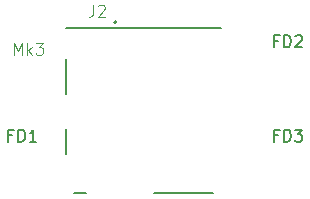
<source format=gbr>
%TF.GenerationSoftware,KiCad,Pcbnew,8.0.8*%
%TF.CreationDate,2025-07-23T18:09:19+02:00*%
%TF.ProjectId,CartridgeMk3,43617274-7269-4646-9765-4d6b332e6b69,rev?*%
%TF.SameCoordinates,Original*%
%TF.FileFunction,Legend,Top*%
%TF.FilePolarity,Positive*%
%FSLAX46Y46*%
G04 Gerber Fmt 4.6, Leading zero omitted, Abs format (unit mm)*
G04 Created by KiCad (PCBNEW 8.0.8) date 2025-07-23 18:09:19*
%MOMM*%
%LPD*%
G01*
G04 APERTURE LIST*
%ADD10C,0.100000*%
%ADD11C,0.150000*%
%ADD12C,0.127000*%
%ADD13C,0.200000*%
G04 APERTURE END LIST*
D10*
X166303884Y-52872419D02*
X166303884Y-51872419D01*
X166303884Y-51872419D02*
X166637217Y-52586704D01*
X166637217Y-52586704D02*
X166970550Y-51872419D01*
X166970550Y-51872419D02*
X166970550Y-52872419D01*
X167446741Y-52872419D02*
X167446741Y-51872419D01*
X167541979Y-52491466D02*
X167827693Y-52872419D01*
X167827693Y-52205752D02*
X167446741Y-52586704D01*
X168161027Y-51872419D02*
X168780074Y-51872419D01*
X168780074Y-51872419D02*
X168446741Y-52253371D01*
X168446741Y-52253371D02*
X168589598Y-52253371D01*
X168589598Y-52253371D02*
X168684836Y-52300990D01*
X168684836Y-52300990D02*
X168732455Y-52348609D01*
X168732455Y-52348609D02*
X168780074Y-52443847D01*
X168780074Y-52443847D02*
X168780074Y-52681942D01*
X168780074Y-52681942D02*
X168732455Y-52777180D01*
X168732455Y-52777180D02*
X168684836Y-52824800D01*
X168684836Y-52824800D02*
X168589598Y-52872419D01*
X168589598Y-52872419D02*
X168303884Y-52872419D01*
X168303884Y-52872419D02*
X168208646Y-52824800D01*
X168208646Y-52824800D02*
X168161027Y-52777180D01*
D11*
X166166666Y-59716509D02*
X165833333Y-59716509D01*
X165833333Y-60240319D02*
X165833333Y-59240319D01*
X165833333Y-59240319D02*
X166309523Y-59240319D01*
X166690476Y-60240319D02*
X166690476Y-59240319D01*
X166690476Y-59240319D02*
X166928571Y-59240319D01*
X166928571Y-59240319D02*
X167071428Y-59287938D01*
X167071428Y-59287938D02*
X167166666Y-59383176D01*
X167166666Y-59383176D02*
X167214285Y-59478414D01*
X167214285Y-59478414D02*
X167261904Y-59668890D01*
X167261904Y-59668890D02*
X167261904Y-59811747D01*
X167261904Y-59811747D02*
X167214285Y-60002223D01*
X167214285Y-60002223D02*
X167166666Y-60097461D01*
X167166666Y-60097461D02*
X167071428Y-60192700D01*
X167071428Y-60192700D02*
X166928571Y-60240319D01*
X166928571Y-60240319D02*
X166690476Y-60240319D01*
X168214285Y-60240319D02*
X167642857Y-60240319D01*
X167928571Y-60240319D02*
X167928571Y-59240319D01*
X167928571Y-59240319D02*
X167833333Y-59383176D01*
X167833333Y-59383176D02*
X167738095Y-59478414D01*
X167738095Y-59478414D02*
X167642857Y-59526033D01*
X188666666Y-51716509D02*
X188333333Y-51716509D01*
X188333333Y-52240319D02*
X188333333Y-51240319D01*
X188333333Y-51240319D02*
X188809523Y-51240319D01*
X189190476Y-52240319D02*
X189190476Y-51240319D01*
X189190476Y-51240319D02*
X189428571Y-51240319D01*
X189428571Y-51240319D02*
X189571428Y-51287938D01*
X189571428Y-51287938D02*
X189666666Y-51383176D01*
X189666666Y-51383176D02*
X189714285Y-51478414D01*
X189714285Y-51478414D02*
X189761904Y-51668890D01*
X189761904Y-51668890D02*
X189761904Y-51811747D01*
X189761904Y-51811747D02*
X189714285Y-52002223D01*
X189714285Y-52002223D02*
X189666666Y-52097461D01*
X189666666Y-52097461D02*
X189571428Y-52192700D01*
X189571428Y-52192700D02*
X189428571Y-52240319D01*
X189428571Y-52240319D02*
X189190476Y-52240319D01*
X190142857Y-51335557D02*
X190190476Y-51287938D01*
X190190476Y-51287938D02*
X190285714Y-51240319D01*
X190285714Y-51240319D02*
X190523809Y-51240319D01*
X190523809Y-51240319D02*
X190619047Y-51287938D01*
X190619047Y-51287938D02*
X190666666Y-51335557D01*
X190666666Y-51335557D02*
X190714285Y-51430795D01*
X190714285Y-51430795D02*
X190714285Y-51526033D01*
X190714285Y-51526033D02*
X190666666Y-51668890D01*
X190666666Y-51668890D02*
X190095238Y-52240319D01*
X190095238Y-52240319D02*
X190714285Y-52240319D01*
X188666666Y-59716509D02*
X188333333Y-59716509D01*
X188333333Y-60240319D02*
X188333333Y-59240319D01*
X188333333Y-59240319D02*
X188809523Y-59240319D01*
X189190476Y-60240319D02*
X189190476Y-59240319D01*
X189190476Y-59240319D02*
X189428571Y-59240319D01*
X189428571Y-59240319D02*
X189571428Y-59287938D01*
X189571428Y-59287938D02*
X189666666Y-59383176D01*
X189666666Y-59383176D02*
X189714285Y-59478414D01*
X189714285Y-59478414D02*
X189761904Y-59668890D01*
X189761904Y-59668890D02*
X189761904Y-59811747D01*
X189761904Y-59811747D02*
X189714285Y-60002223D01*
X189714285Y-60002223D02*
X189666666Y-60097461D01*
X189666666Y-60097461D02*
X189571428Y-60192700D01*
X189571428Y-60192700D02*
X189428571Y-60240319D01*
X189428571Y-60240319D02*
X189190476Y-60240319D01*
X190095238Y-59240319D02*
X190714285Y-59240319D01*
X190714285Y-59240319D02*
X190380952Y-59621271D01*
X190380952Y-59621271D02*
X190523809Y-59621271D01*
X190523809Y-59621271D02*
X190619047Y-59668890D01*
X190619047Y-59668890D02*
X190666666Y-59716509D01*
X190666666Y-59716509D02*
X190714285Y-59811747D01*
X190714285Y-59811747D02*
X190714285Y-60049842D01*
X190714285Y-60049842D02*
X190666666Y-60145080D01*
X190666666Y-60145080D02*
X190619047Y-60192700D01*
X190619047Y-60192700D02*
X190523809Y-60240319D01*
X190523809Y-60240319D02*
X190238095Y-60240319D01*
X190238095Y-60240319D02*
X190142857Y-60192700D01*
X190142857Y-60192700D02*
X190095238Y-60145080D01*
D10*
X173018773Y-48651306D02*
X173018773Y-49366081D01*
X173018773Y-49366081D02*
X172971121Y-49509036D01*
X172971121Y-49509036D02*
X172875818Y-49604340D01*
X172875818Y-49604340D02*
X172732863Y-49651991D01*
X172732863Y-49651991D02*
X172637560Y-49651991D01*
X173447638Y-48746610D02*
X173495290Y-48698958D01*
X173495290Y-48698958D02*
X173590593Y-48651306D01*
X173590593Y-48651306D02*
X173828852Y-48651306D01*
X173828852Y-48651306D02*
X173924155Y-48698958D01*
X173924155Y-48698958D02*
X173971807Y-48746610D01*
X173971807Y-48746610D02*
X174019458Y-48841913D01*
X174019458Y-48841913D02*
X174019458Y-48937216D01*
X174019458Y-48937216D02*
X173971807Y-49080171D01*
X173971807Y-49080171D02*
X173399987Y-49651991D01*
X173399987Y-49651991D02*
X174019458Y-49651991D01*
D12*
%TO.C,J2*%
X170710000Y-50585000D02*
X183810000Y-50585000D01*
X170710000Y-53285000D02*
X170710000Y-56185000D01*
X170710000Y-59185000D02*
X170710000Y-61285000D01*
X171384000Y-64635000D02*
X172386000Y-64635000D01*
X178134000Y-64635000D02*
X183136000Y-64635000D01*
D13*
X174980000Y-50135000D02*
G75*
G02*
X174780000Y-50135000I-100000J0D01*
G01*
X174780000Y-50135000D02*
G75*
G02*
X174980000Y-50135000I100000J0D01*
G01*
%TD*%
M02*

</source>
